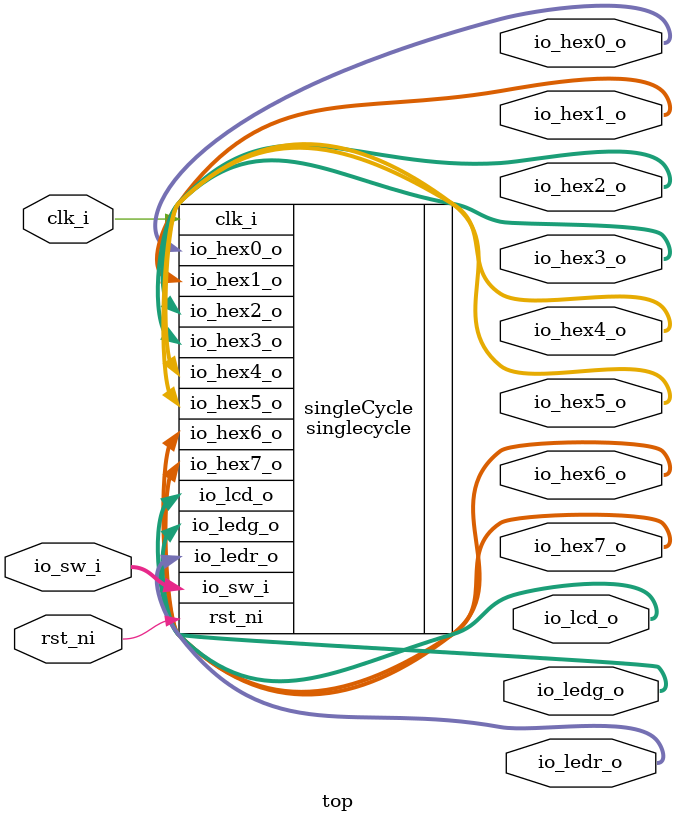
<source format=sv>
`default_nettype none

module top
(
  // Peripheral
  input  logic [31:0]      io_sw_i  ,
  output logic [31:0]      io_lcd_o ,
  output logic [31:0]      io_ledg_o,
  output logic [31:0]      io_ledr_o,
  output logic [31:0]      io_hex0_o,
  output logic [31:0]      io_hex1_o,
  output logic [31:0]      io_hex2_o,
  output logic [31:0]      io_hex3_o,
  output logic [31:0]      io_hex4_o,
  output logic [31:0]      io_hex5_o,
  output logic [31:0]      io_hex6_o,
  output logic [31:0]      io_hex7_o,

  // Clock and asynchronous reset active low
  input  logic             clk_i    ,
  input  logic             rst_ni

);

  singlecycle singleCycle (
    .io_sw_i  (io_sw_i  ),
    .io_lcd_o (io_lcd_o ),
    .io_ledg_o(io_ledg_o),
    .io_ledr_o(io_ledr_o),
    .io_hex0_o(io_hex0_o),
    .io_hex1_o(io_hex1_o),
    .io_hex2_o(io_hex2_o),
    .io_hex3_o(io_hex3_o),
    .io_hex4_o(io_hex4_o),
    .io_hex5_o(io_hex5_o),
    .io_hex6_o(io_hex6_o),
    .io_hex7_o(io_hex7_o),
    .clk_i    (clk_i    ),
    .rst_ni   (rst_ni   )
  );

endmodule : top

</source>
